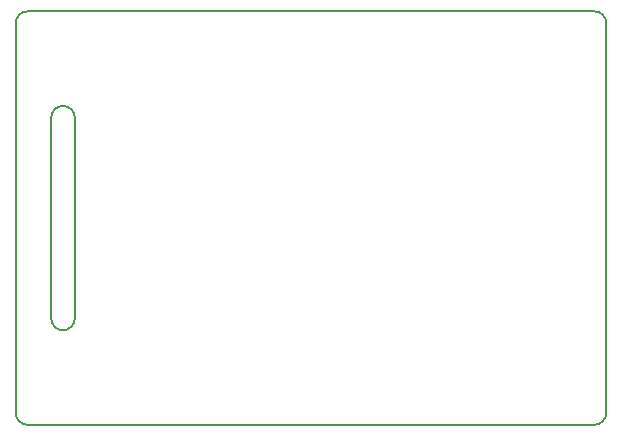
<source format=gm1>
G04 #@! TF.FileFunction,Profile,NP*
%FSLAX46Y46*%
G04 Gerber Fmt 4.6, Leading zero omitted, Abs format (unit mm)*
G04 Created by KiCad (PCBNEW 4.0.1-stable) date 03/25/18 14:57:27*
%MOMM*%
G01*
G04 APERTURE LIST*
%ADD10C,0.050000*%
%ADD11C,0.150000*%
G04 APERTURE END LIST*
D10*
D11*
X148000000Y-136000000D02*
X148000000Y-119000000D01*
X146000000Y-119000000D02*
X146000000Y-136000000D01*
X147000000Y-137000000D02*
G75*
G03X148000000Y-136000000I0J1000000D01*
G01*
X146000000Y-136000000D02*
G75*
G03X147000000Y-137000000I1000000J0D01*
G01*
X147000000Y-118000000D02*
G75*
G03X146000000Y-119000000I0J-1000000D01*
G01*
X148000000Y-119000000D02*
G75*
G03X147000000Y-118000000I-1000000J0D01*
G01*
X193000000Y-111000000D02*
X193000000Y-144000000D01*
X193000000Y-111000000D02*
G75*
G03X192000000Y-110000000I-1000000J0D01*
G01*
X192000000Y-145000000D02*
G75*
G03X193000000Y-144000000I0J1000000D01*
G01*
X144000000Y-145000000D02*
X192000000Y-145000000D01*
X144000000Y-110000000D02*
X192000000Y-110000000D01*
X143000000Y-144000000D02*
G75*
G03X144000000Y-145000000I1000000J0D01*
G01*
X143000000Y-111000000D02*
X143000000Y-144000000D01*
X144000000Y-110000000D02*
G75*
G03X143000000Y-111000000I0J-1000000D01*
G01*
M02*

</source>
